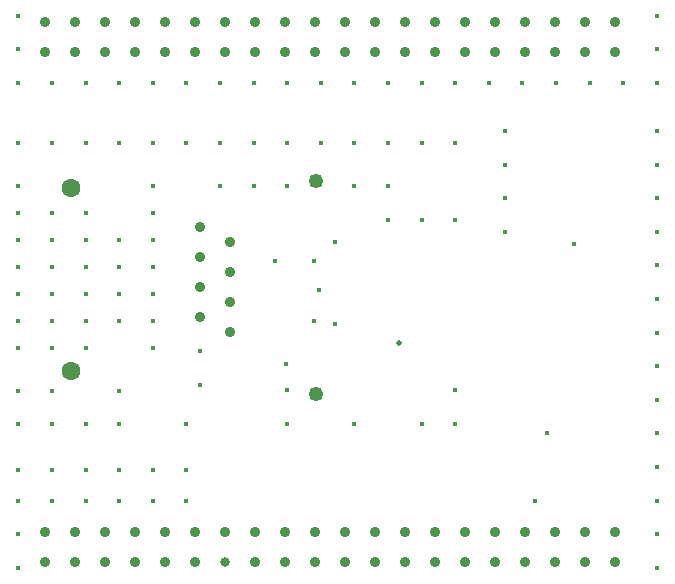
<source format=gbr>
G04 Layer_Color=0*
%FSLAX26Y26*%
%MOIN*%
%TF.FileFunction,Plated,1,2,PTH,Drill*%
%TF.Part,Single*%
G01*
G75*
%TA.AperFunction,ComponentDrill*%
%ADD50C,0.049213*%
%ADD51C,0.062992*%
%ADD52C,0.035433*%
%ADD53C,0.035430*%
%ADD54C,0.032000*%
%TA.AperFunction,ViaDrill,NotFilled*%
%ADD55C,0.015000*%
%ADD56C,0.020000*%
D50*
X1064252Y-1340000D02*
D03*
Y-630000D02*
D03*
D51*
X247953Y-1265118D02*
D03*
Y-654882D02*
D03*
D52*
X777874Y-1135000D02*
D03*
Y-1035000D02*
D03*
Y-935000D02*
D03*
Y-835000D02*
D03*
X677874Y-885000D02*
D03*
Y-985000D02*
D03*
Y-1085000D02*
D03*
Y-785000D02*
D03*
D53*
X1960000Y-1900000D02*
D03*
X2060000D02*
D03*
Y-1800000D02*
D03*
X1960000D02*
D03*
X1860000D02*
D03*
X1760000D02*
D03*
X1660000D02*
D03*
X1560000D02*
D03*
Y-1900000D02*
D03*
X1660000D02*
D03*
X1760000D02*
D03*
X1860000D02*
D03*
X1460000Y-1800000D02*
D03*
X1360000D02*
D03*
X1260000D02*
D03*
X1160000D02*
D03*
Y-1900000D02*
D03*
X1260000D02*
D03*
X1360000D02*
D03*
X1460000D02*
D03*
X1060000Y-1800000D02*
D03*
X960000D02*
D03*
X860000D02*
D03*
Y-1900000D02*
D03*
X960000D02*
D03*
X1060000D02*
D03*
X760000Y-1800000D02*
D03*
X660000D02*
D03*
X560000D02*
D03*
X460000D02*
D03*
Y-1900000D02*
D03*
X560000D02*
D03*
X660000D02*
D03*
X360000Y-1800000D02*
D03*
X260000D02*
D03*
X160000D02*
D03*
Y-1900000D02*
D03*
X260000D02*
D03*
X360000D02*
D03*
X1960000Y-200000D02*
D03*
X2060000D02*
D03*
Y-100000D02*
D03*
X1960000D02*
D03*
X1860000D02*
D03*
Y-200000D02*
D03*
X1760000D02*
D03*
Y-100000D02*
D03*
X1660000D02*
D03*
Y-200000D02*
D03*
X1560000D02*
D03*
Y-100000D02*
D03*
X1460000D02*
D03*
Y-200000D02*
D03*
X1360000D02*
D03*
Y-100000D02*
D03*
X1260000D02*
D03*
Y-200000D02*
D03*
X1160000D02*
D03*
Y-100000D02*
D03*
X1060000D02*
D03*
Y-200000D02*
D03*
X960000D02*
D03*
Y-100000D02*
D03*
X860000D02*
D03*
Y-200000D02*
D03*
X760000D02*
D03*
Y-100000D02*
D03*
X660000D02*
D03*
Y-200000D02*
D03*
X560000D02*
D03*
Y-100000D02*
D03*
X460000D02*
D03*
Y-200000D02*
D03*
X360000D02*
D03*
Y-100000D02*
D03*
X260000D02*
D03*
Y-200000D02*
D03*
X160000D02*
D03*
Y-100000D02*
D03*
D54*
X760000Y-1900000D02*
D03*
D55*
X2200000Y-1920000D02*
D03*
Y-1808000D02*
D03*
Y-1696000D02*
D03*
Y-1584000D02*
D03*
Y-1472000D02*
D03*
Y-1360000D02*
D03*
Y-1248000D02*
D03*
Y-1136000D02*
D03*
Y-1024000D02*
D03*
Y-912000D02*
D03*
Y-800000D02*
D03*
X1925000Y-840000D02*
D03*
X2200000Y-688000D02*
D03*
Y-576000D02*
D03*
Y-464000D02*
D03*
Y-304000D02*
D03*
X2088000D02*
D03*
X1976000D02*
D03*
X2200000Y-192000D02*
D03*
Y-80000D02*
D03*
X1864000Y-304000D02*
D03*
X1752000D02*
D03*
X1640000D02*
D03*
X1528000D02*
D03*
Y-503000D02*
D03*
X1693000Y-464000D02*
D03*
Y-576000D02*
D03*
Y-688000D02*
D03*
Y-800000D02*
D03*
X1528000Y-760000D02*
D03*
Y-1328000D02*
D03*
Y-1440000D02*
D03*
X1834000Y-1472000D02*
D03*
X1793000Y-1696000D02*
D03*
X1416000Y-1440000D02*
D03*
X1192000D02*
D03*
X1304000Y-760000D02*
D03*
X1416000D02*
D03*
X1304000Y-648000D02*
D03*
X1192000D02*
D03*
Y-503000D02*
D03*
X1304000D02*
D03*
X1416000D02*
D03*
Y-304000D02*
D03*
X1304000D02*
D03*
X1192000D02*
D03*
X1080000D02*
D03*
X968000D02*
D03*
X856000D02*
D03*
Y-503000D02*
D03*
X968000D02*
D03*
X1080000D02*
D03*
X968000Y-648000D02*
D03*
X856000D02*
D03*
X927000Y-898000D02*
D03*
X1059000D02*
D03*
X1075000Y-993000D02*
D03*
X1056000Y-1096000D02*
D03*
X1128000Y-835000D02*
D03*
X1127000Y-1106000D02*
D03*
X964000Y-1239000D02*
D03*
X968000Y-1328000D02*
D03*
Y-1440000D02*
D03*
X520000Y-1098000D02*
D03*
Y-1008000D02*
D03*
Y-918000D02*
D03*
Y-828000D02*
D03*
Y-738000D02*
D03*
X408000Y-828000D02*
D03*
Y-918000D02*
D03*
Y-1008000D02*
D03*
Y-1098000D02*
D03*
X520000Y-1188000D02*
D03*
X677875Y-1197000D02*
D03*
Y-1309000D02*
D03*
X632000Y-1440000D02*
D03*
X408000D02*
D03*
Y-1331000D02*
D03*
Y-1593000D02*
D03*
Y-1696000D02*
D03*
X520000D02*
D03*
Y-1593000D02*
D03*
X632000D02*
D03*
Y-1696000D02*
D03*
X296000Y-1440000D02*
D03*
X184000D02*
D03*
Y-1331000D02*
D03*
X72000D02*
D03*
Y-1440000D02*
D03*
Y-1188000D02*
D03*
X184000D02*
D03*
X296000D02*
D03*
Y-1593000D02*
D03*
Y-1696000D02*
D03*
X184000D02*
D03*
Y-1593000D02*
D03*
X72000D02*
D03*
Y-1696000D02*
D03*
Y-1808000D02*
D03*
Y-1920000D02*
D03*
Y-1098000D02*
D03*
Y-1008000D02*
D03*
Y-918000D02*
D03*
Y-828000D02*
D03*
Y-738000D02*
D03*
X184000D02*
D03*
Y-828000D02*
D03*
Y-918000D02*
D03*
Y-1008000D02*
D03*
Y-1098000D02*
D03*
X296000D02*
D03*
Y-1008000D02*
D03*
Y-918000D02*
D03*
Y-828000D02*
D03*
Y-738000D02*
D03*
X520000Y-648000D02*
D03*
Y-503000D02*
D03*
X408000D02*
D03*
X632000D02*
D03*
X744000D02*
D03*
Y-648000D02*
D03*
Y-304000D02*
D03*
X632000D02*
D03*
X520000D02*
D03*
X408000D02*
D03*
X296000D02*
D03*
X184000D02*
D03*
X72000D02*
D03*
Y-192000D02*
D03*
Y-80000D02*
D03*
Y-503000D02*
D03*
X184000D02*
D03*
X296000D02*
D03*
X72000Y-648000D02*
D03*
D56*
X1342000Y-1172000D02*
D03*
%TF.MD5,53b2846d98114c373f6872a744958713*%
M02*

</source>
